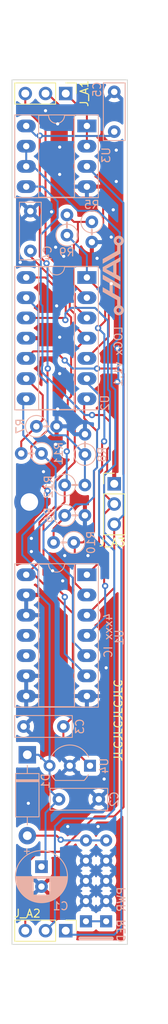
<source format=kicad_pcb>
(kicad_pcb (version 20240108) (generator "pcbnew") (generator_version "8.0")
  (title_block (rev "v1.1"))
  (layers (0 "F.Cu" signal) (31 "B.Cu" signal) (34 "B.Paste" user) (35 "F.Paste" user) (36 "B.SilkS" user "B.Silkscreen") (37 "F.SilkS" user "F.Silkscreen") (38 "B.Mask" user) (39 "F.Mask" user) (44 "Edge.Cuts" user))
  (net 0 "")
  (net 1 "GND")
  (net 2 "Net-(R12-Pad1)")
  (net 3 "Net-(R12-Pad2)")
  (net 4 "Net-(R11-Pad1)")
  (net 5 "Net-(R11-Pad2)")
  (net 6 "Net-(R10-Pad1)")
  (net 7 "Net-(R10-Pad2)")
  (net 8 "Net-(R9-Pad1)")
  (net 9 "Net-(R5-Pad1)")
  (net 10 "+5V")
  (net 11 "/OUT1")
  (net 12 "/LED1")
  (net 13 "/LED2")
  (net 14 "/OUT2")
  (net 15 "Net-(J_A1-Pad3)")
  (net 16 "Net-(J_A1-Pad2)")
  (net 17 "Net-(J_A2-Pad3)")
  (net 18 "Net-(J_A2-Pad2)")
  (net 21 "Net-(D1-Pad2)")
  (net 22 "unconnected-(PWR1-Pad3)")
  (net 23 "+12V")
  (footprint "Connector_PinHeader_2.54mm:PinHeader_1x03_P2.54mm_Vertical" (layer "F.Cu") (at 48.514 90.424)
    (property "Reference" "J_A3" (at -0.254 7.366 180) (layer "F.SilkS"))
    (property "Value" "Conn_01x03_Male")
    (pad "1" thru_hole rect (at 0 0) (size 1.7 1.7) (drill 1) (layers "*.Cu" "*.Mask") (net 1 "GND"))
    (pad "2" thru_hole oval (at 0 2.54) (size 1.7 1.7) (drill 1) (layers "*.Cu" "*.Mask") (net 13 "/LED2"))
    (pad "3" thru_hole oval (at 0 5.08) (size 1.7 1.7) (drill 1) (layers "*.Cu" "*.Mask") (net 12 "/LED1"))
  )
  (footprint "Connector_PinHeader_2.54mm:PinHeader_1x03_P2.54mm_Vertical" (layer "F.Cu") (at 42.418 146.558 -90)
    (property "Reference" "J_A2" (at -2.159 4.826 180) (layer "F.SilkS"))
    (property "Value" "Conn_01x03_Male")
    (pad "1" thru_hole rect (at 0 0 270) (size 1.7 1.7) (drill 1) (layers "*.Cu" "*.Mask") (net 14 "/OUT2"))
    (pad "2" thru_hole oval (at 0 2.54 270) (size 1.7 1.7) (drill 1) (layers "*.Cu" "*.Mask") (net 18 "Net-(J_A2-Pad2)"))
    (pad "3" thru_hole oval (at 0 5.08 270) (size 1.7 1.7) (drill 1) (layers "*.Cu" "*.Mask") (net 17 "Net-(J_A2-Pad3)"))
  )
  (footprint "Eurorack:M2 Screw Hole" (layer "F.Cu") (at 37.846 92.71)
    (property "Reference" "REF**" (hide yes))
    (property "Value" "M2 Screw Hole" (hide yes))
    (pad "" thru_hole circle (at 0 0) (size 3.8 3.8) (drill 2.2) (layers "*.Cu" "*.Mask") (net 1 "GND"))
  )
  (footprint "Connector_PinHeader_2.54mm:PinHeader_1x03_P2.54mm_Vertical" (layer "F.Cu") (at 42.418 41.402 -90)
    (property "Reference" "J_A1" (at 0 -2.33 90) (layer "F.SilkS"))
    (property "Value" "Conn_01x03_Male")
    (pad "1" thru_hole rect (at 0 0 270) (size 1.7 1.7) (drill 1) (layers "*.Cu" "*.Mask") (net 11 "/OUT1"))
    (pad "2" thru_hole oval (at 0 2.54 270) (size 1.7 1.7) (drill 1) (layers "*.Cu" "*.Mask") (net 16 "Net-(J_A1-Pad2)"))
    (pad "3" thru_hole oval (at 0 5.08 270) (size 1.7 1.7) (drill 1) (layers "*.Cu" "*.Mask") (net 15 "Net-(J_A1-Pad3)"))
  )
  (footprint "Package_TO_SOT_THT:TO-92_Inline_Wide" (layer "B.Cu") (at 45.466 125.836 180)
    (property "Reference" "U4" (at -1.778 -0.021 90) (layer "B.SilkS") (effects (justify mirror)))
    (property "Value" "78L05")
    (pad "1" thru_hole rect (at 0 0 180) (size 1.5 1.5) (drill 0.8) (layers "*.Cu" "*.Mask") (net 10 "+5V"))
    (pad "2" thru_hole circle (at 2.54 0 180) (size 1.5 1.5) (drill 0.8) (layers "*.Cu" "*.Mask") (net 1 "GND"))
    (pad "3" thru_hole circle (at 5.08 0 180) (size 1.5 1.5) (drill 0.8) (layers "*.Cu" "*.Mask") (net 23 "+12V"))
  )
  (footprint "Package_DIP:DIP-14_W7.62mm_Socket_LongPads" (layer "B.Cu") (at 45.075 64.511 180)
    (property "Reference" "U2" (at -2.296 -15.753 90) (layer "B.SilkS") (effects (justify mirror)))
    (property "Value" "LM324")
    (pad "1" thru_hole rect (at 0 0 180) (size 2.4 1.6) (drill 0.8) (layers "*.Cu" "*.Mask") (net 8 "Net-(R9-Pad1)"))
    (pad "2" thru_hole oval (at 0 -2.54 180) (size 2.4 1.6) (drill 0.8) (layers "*.Cu" "*.Mask") (net 9 "Net-(R5-Pad1)"))
    (pad "3" thru_hole oval (at 0 -5.08 180) (size 2.4 1.6) (drill 0.8) (layers "*.Cu" "*.Mask") (net 15 "Net-(J_A1-Pad3)"))
    (pad "4" thru_hole oval (at 0 -7.62 180) (size 2.4 1.6) (drill 0.8) (layers "*.Cu" "*.Mask") (net 10 "+5V"))
    (pad "5" thru_hole oval (at 0 -10.16 180) (size 2.4 1.6) (drill 0.8) (layers "*.Cu" "*.Mask") (net 16 "Net-(J_A1-Pad2)"))
    (pad "6" thru_hole oval (at 0 -12.7 180) (size 2.4 1.6) (drill 0.8) (layers "*.Cu" "*.Mask") (net 7 "Net-(R10-Pad2)"))
    (pad "7" thru_hole oval (at 0 -15.24 180) (size 2.4 1.6) (drill 0.8) (layers "*.Cu" "*.Mask") (net 6 "Net-(R10-Pad1)"))
    (pad "8" thru_hole oval (at 7.62 -15.24 180) (size 2.4 1.6) (drill 0.8) (layers "*.Cu" "*.Mask") (net 4 "Net-(R11-Pad1)"))
    (pad "9" thru_hole oval (at 7.62 -12.7 180) (size 2.4 1.6) (drill 0.8) (layers "*.Cu" "*.Mask") (net 5 "Net-(R11-Pad2)"))
    (pad "10" thru_hole oval (at 7.62 -10.16 180) (size 2.4 1.6) (drill 0.8) (layers "*.Cu" "*.Mask") (net 17 "Net-(J_A2-Pad3)"))
    (pad "11" thru_hole oval (at 7.62 -7.62 180) (size 2.4 1.6) (drill 0.8) (layers "*.Cu" "*.Mask") (net 1 "GND"))
    (pad "12" thru_hole oval (at 7.62 -5.08 180) (size 2.4 1.6) (drill 0.8) (layers "*.Cu" "*.Mask") (net 18 "Net-(J_A2-Pad2)"))
    (pad "13" thru_hole oval (at 7.62 -2.54 180) (size 2.4 1.6) (drill 0.8) (layers "*.Cu" "*.Mask") (net 3 "Net-(R12-Pad2)"))
    (pad "14" thru_hole oval (at 7.62 0 180) (size 2.4 1.6) (drill 0.8) (layers "*.Cu" "*.Mask") (net 2 "Net-(R12-Pad1)"))
  )
  (footprint "Capacitor_THT:CP_Radial_D6.3mm_P2.50mm" (layer "B.Cu") (at 39.37 138.517621 -90)
    (property "Reference" "C1" (at 4.953 -2.413 0) (layer "B.SilkS") (effects (justify mirror)))
    (property "Value" "47uF")
    (pad "1" thru_hole rect (at 0 0 270) (size 1.6 1.6) (drill 0.8) (layers "*.Cu" "*.Mask") (net 23 "+12V"))
    (pad "2" thru_hole circle (at 2.5 0 270) (size 1.6 1.6) (drill 0.8) (layers "*.Cu" "*.Mask") (net 1 "GND"))
  )
  (footprint "Package_DIP:DIP-8_W7.62mm_Socket_LongPads" (layer "B.Cu") (at 45.075 45.476 180)
    (property "Reference" "U3" (at -2.423 -3.673 90) (layer "B.SilkS") (effects (justify mirror)))
    (property "Value" "LM358")
    (pad "1" thru_hole rect (at 0 0 180) (size 2.4 1.6) (drill 0.8) (layers "*.Cu" "*.Mask") (net 11 "/OUT1"))
    (pad "2" thru_hole oval (at 0 -2.54 180) (size 2.4 1.6) (drill 0.8) (layers "*.Cu" "*.Mask") (net 11 "/OUT1"))
    (pad "3" thru_hole oval (at 0 -5.08 180) (size 2.4 1.6) (drill 0.8) (layers "*.Cu" "*.Mask") (net 12 "/LED1"))
    (pad "4" thru_hole oval (at 0 -7.62 180) (size 2.4 1.6) (drill 0.8) (layers "*.Cu" "*.Mask") (net 1 "GND"))
    (pad "5" thru_hole oval (at 7.62 -7.62 180) (size 2.4 1.6) (drill 0.8) (layers "*.Cu" "*.Mask") (net 13 "/LED2"))
    (pad "6" thru_hole oval (at 7.62 -5.08 180) (size 2.4 1.6) (drill 0.8) (layers "*.Cu" "*.Mask") (net 14 "/OUT2"))
    (pad "7" thru_hole oval (at 7.62 -2.54 180) (size 2.4 1.6) (drill 0.8) (layers "*.Cu" "*.Mask") (net 14 "/OUT2"))
    (pad "8" thru_hole oval (at 7.62 0 180) (size 2.4 1.6) (drill 0.8) (layers "*.Cu" "*.Mask") (net 23 "+12V"))
  )
  (footprint "Logos:Avalon Harmonics Small 10mm" (layer "B.Cu") (at 48.387 64.262 -90)
    (property "Reference" "G***" (hide yes))
    (property "Value" "LOGO" (hide yes))
  )
  (footprint "Resistor_THT:R_Axial_DIN0207_L6.3mm_D2.5mm_P2.54mm_Vertical" (layer "B.Cu") (at 38.73 83.209)
    (property "Reference" "R7" (at -2.027 -0.024 90) (layer "B.SilkS") (effects (justify mirror)))
    (property "Value" "47k")
    (pad "1" thru_hole circle (at 0 0) (size 1.6 1.6) (drill 0.8) (layers "*.Cu" "*.Mask") (net 5 "Net-(R11-Pad2)"))
    (pad "2" thru_hole oval (at 2.54 0) (size 1.6 1.6) (drill 0.8) (layers "*.Cu" "*.Mask") (net 1 "GND"))
  )
  (footprint "Capacitor_THT:C_Disc_D7.0mm_W2.5mm_P5.00mm" (layer "B.Cu") (at 42.124 120.904 180)
    (property "Reference" "C3" (at -2.072 0 90) (layer "B.SilkS") (effects (justify mirror)))
    (property "Value" "0.1uF")
    (pad "1" thru_hole circle (at 0 0 180) (size 1.6 1.6) (drill 0.8) (layers "*.Cu" "*.Mask") (net 10 "+5V"))
    (pad "2" thru_hole circle (at 5 0 180) (size 1.6 1.6) (drill 0.8) (layers "*.Cu" "*.Mask") (net 1 "GND"))
  )
  (footprint "Resistor_THT:R_Axial_DIN0207_L6.3mm_D2.5mm_P2.54mm_Vertical" (layer "B.Cu") (at 42.569 59.187 90)
    (property "Reference" "R9" (at -2.154 -0.024 0) (layer "B.SilkS") (effects (justify mirror)))
    (property "Value" "100k")
    (pad "1" thru_hole circle (at 0 0 90) (size 1.6 1.6) (drill 0.8) (layers "*.Cu" "*.Mask") (net 8 "Net-(R9-Pad1)"))
    (pad "2" thru_hole oval (at 2.54 0 90) (size 1.6 1.6) (drill 0.8) (layers "*.Cu" "*.Mask") (net 9 "Net-(R5-Pad1)"))
  )
  (footprint "Resistor_THT:R_Axial_DIN0207_L6.3mm_D2.5mm_P2.54mm_Vertical" (layer "B.Cu") (at 45.696 57.526 -90)
    (property "Reference" "R5" (at -2.154 0.005 0) (layer "B.SilkS") (effects (justify mirror)))
    (property "Value" "47k")
    (pad "1" thru_hole circle (at 0 0 270) (size 1.6 1.6) (drill 0.8) (layers "*.Cu" "*.Mask") (net 9 "Net-(R5-Pad1)"))
    (pad "2" thru_hole oval (at 2.54 0 270) (size 1.6 1.6) (drill 0.8) (layers "*.Cu" "*.Mask") (net 1 "GND"))
  )
  (footprint "Package_DIP:DIP-14_W7.62mm_Socket_LongPads" (layer "B.Cu") (at 45.075 101.849 180)
    (property "Reference" "U1" (at -4.074 -7.879 90) (layer "B.SilkS") (effects (justify mirror)))
    (property "Value" "4081")
    (pad "1" thru_hole rect (at 0 0 180) (size 2.4 1.6) (drill 0.8) (layers "*.Cu" "*.Mask") (net 8 "Net-(R9-Pad1)"))
    (pad "2" thru_hole oval (at 0 -2.54 180) (size 2.4 1.6) (drill 0.8) (layers "*.Cu" "*.Mask") (net 6 "Net-(R10-Pad1)"))
    (pad "3" thru_hole oval (at 0 -5.08 180) (size 2.4 1.6) (drill 0.8) (layers "*.Cu" "*.Mask") (net 12 "/LED1"))
    (pad "4" thru_hole oval (at 0 -7.62 180) (size 2.4 1.6) (drill 0.8) (layers "*.Cu" "*.Mask") (net 13 "/LED2"))
    (pad "5" thru_hole oval (at 0 -10.16 180) (size 2.4 1.6) (drill 0.8) (layers "*.Cu" "*.Mask") (net 4 "Net-(R11-Pad1)"))
    (pad "6" thru_hole oval (at 0 -12.7 180) (size 2.4 1.6) (drill 0.8) (layers "*.Cu" "*.Mask") (net 2 "Net-(R12-Pad1)"))
    (pad "7" thru_hole oval (at 0 -15.24 180) (size 2.4 1.6) (drill 0.8) (layers "*.Cu" "*.Mask") (net 1 "GND"))
    (pad "8" thru_hole oval (at 7.62 -15.24 180) (size 2.4 1.6) (drill 0.8) (layers "*.Cu" "*.Mask") (net 1 "GND"))
    (pad "9" thru_hole oval (at 7.62 -12.7 180) (size 2.4 1.6) (drill 0.8) (layers "*.Cu" "*.Mask") (net 1 "GND"))
    (pad "10" thru_hole oval (at 7.62 -10.16 180) (size 2.4 1.6) (drill 0.8) (layers "*.Cu" "*.Mask"))
    (pad "11" thru_hole oval (at 7.62 -7.62 180) (size 2.4 1.6) (drill 0.8) (layers "*.Cu" "*.Mask"))
    (pad "12" thru_hole oval (at 7.62 -5.08 180) (size 2.4 1.6) (drill 0.8) (layers "*.Cu" "*.Mask") (net 1 "GND"))
    (pad "13" thru_hole oval (at 7.62 -2.54 180) (size 2.4 1.6) (drill 0.8) (layers "*.Cu" "*.Mask") (net 1 "GND"))
    (pad "14" thru_hole oval (at 7.62 0 180) (size 2.4 1.6) (drill 0.8) (layers "*.Cu" "*.Mask") (net 10 "+5V"))
  )
  (footprint "Capacitor_THT:C_Disc_D7.0mm_W2.5mm_P5.00mm" (layer "B.Cu") (at 37.973 61.174 90)
    (property "Reference" "C4" (at -0.294 2.159 -90) (layer "B.SilkS") (effects (justify mirror)))
    (property "Value" "0.1uF")
    (pad "1" thru_hole circle (at 0 0 90) (size 1.6 1.6) (drill 0.8) (layers "*.Cu" "*.Mask") (net 10 "+5V"))
    (pad "2" thru_hole circle (at 5 0 90) (size 1.6 1.6) (drill 0.8) (layers "*.Cu" "*.Mask") (net 1 "GND"))
  )
  (footprint "Resistor_THT:R_Axial_DIN0207_L6.3mm_D2.5mm_P2.54mm_Vertical" (layer "B.Cu") (at 42.286 94.385)
    (property "Reference" "R6" (at -2.032 -0.024 90) (layer "B.SilkS") (effects (justify mirror)))
    (property "Value" "47k")
    (pad "1" thru_hole circle (at 0 0) (size 1.6 1.6) (drill 0.8) (layers "*.Cu" "*.Mask") (net 7 "Net-(R10-Pad2)"))
    (pad "2" thru_hole oval (at 2.54 0) (size 1.6 1.6) (drill 0.8) (layers "*.Cu" "*.Mask") (net 1 "GND"))
  )
  (footprint "Resistor_THT:R_Axial_DIN0207_L6.3mm_D2.5mm_P2.54mm_Vertical" (layer "B.Cu") (at 42.286 90.575)
    (property "Reference" "R12" (at -2.027 0.23 90) (layer "B.SilkS") (effects (justify mirror)))
    (property "Value" "100k")
    (pad "1" thru_hole circle (at 0 0) (size 1.6 1.6) (drill 0.8) (layers "*.Cu" "*.Mask") (net 2 "Net-(R12-Pad1)"))
    (pad "2" thru_hole oval (at 2.54 0) (size 1.6 1.6) (drill 0.8) (layers "*.Cu" "*.Mask") (net 3 "Net-(R12-Pad2)"))
  )
  (footprint "Diode_THT:D_DO-41_SOD81_P10.16mm_Horizontal" (layer "B.Cu") (at 37.592 124.46 -90)
    (property "Reference" "D1" (at 3.302 -2.286 90) (layer "B.SilkS") (effects (justify mirror)))
    (property "Value" "1N4001")
    (pad "1" thru_hole rect (at 0 0 270) (size 2.2 2.2) (drill 1.1) (layers "*.Cu" "*.Mask") (net 23 "+12V"))
    (pad "2" thru_hole oval (at 10.16 0 270) (size 2.2 2.2) (drill 1.1) (layers "*.Cu" "*.Mask") (net 21 "Net-(D1-Pad2)"))
  )
  (footprint "Resistor_THT:R_Axial_DIN0207_L6.3mm_D2.5mm_P2.54mm_Vertical" (layer "B.Cu") (at 43.434 97.79 180)
    (property "Reference" "R10" (at -2.159 0 90) (layer "B.SilkS") (effects (justify mirror)))
    (property "Value" "100k")
    (pad "1" thru_hole circle (at 0 0 180) (size 1.6 1.6) (drill 0.8) (layers "*.Cu" "*.Mask") (net 6 "Net-(R10-Pad1)"))
    (pad "2" thru_hole oval (at 2.54 0 180) (size 1.6 1.6) (drill 0.8) (layers "*.Cu" "*.Mask") (net 7 "Net-(R10-Pad2)"))
  )
  (footprint "Eurorack:Eurorack Power 10 Pin" (layer "B.Cu") (at 47.498 140.2989 180)
    (property "Reference" "PWR1" (hide yes))
    (property "Value" "PWR_10_Pin" (hide yes))
    (fp_text user "PWR" (at -1.905 -2.3221 90) (layer "B.SilkS") (effects (justify mirror)))
    (fp_text user "RED" (at -1.905 -4.7351 90) (layer "B.SilkS") (effects (justify left mirror)))
    (pad "1" thru_hole circle (at 0 5.08 180) (size 1.524 1.524) (drill 0.762) (layers "*.Cu" "*.Mask") (net 21 "Net-(D1-Pad2)"))
    (pad "1" thru_hole circle (at 2.54 5.08 180) (size 1.524 1.524) (drill 0.762) (layers "*.Cu" "*.Mask") (net 21 "Net-(D1-Pad2)"))
    (pad "2" thru_hole circle (at 0 -2.54 180) (size 1.524 1.524) (drill 0.762) (layers "*.Cu" "*.Mask") (net 1 "GND"))
    (pad "2" thru_hole circle (at 0 0 180) (size 1.524 1.524) (drill 0.762) (layers "*.Cu" "*.Mask") (net 1 "GND"))
    (pad "2" thru_hole circle (at 0 2.54 180) (size 1.524 1.524) (drill 0.762) (layers "*.Cu" "*.Mask") (net 1 "GND"))
    (pad "2" thru_hole circle (at 2.54 -2.54 180) (size 1.524 1.524) (drill 0.762) (layers "*.Cu" "*.Mask") (net 1 "GND"))
    (pad "2" thru_hole circle (at 2.54 0 180) (size 1.524 1.524) (drill 0.762) (layers "*.Cu" "*.Mask") (net 1 "GND"))
    (pad "2" thru_hole circle (at 2.54 2.54 180) (size 1.524 1.524) (drill 0.762) (layers "*.Cu" "*.Mask") (net 1 "GND"))
    (pad "3" thru_hole rect (at 0 -5.08 180) (size 1.524 1.524) (drill 0.762) (layers "*.Cu" "*.Mask") (net 22 "unconnected-(PWR1-Pad3)"))
    (pad "3" thru_hole rect (at 2.54 -5.08 180) (size 1.524 1.524) (drill 0.762) (layers "*.Cu" "*.Mask") (net 22 "unconnected-(PWR1-Pad3)"))
  )
  (footprint "Capacitor_THT:C_Disc_D7.0mm_W2.5mm_P5.00mm" (layer "B.Cu") (at 48.514 46.188 90)
    (property "Reference" "C5" (at 5.294 -2.159 90) (layer "B.SilkS") (effects (justify mirror)))
    (property "Value" "0.1uF")
    (pad "1" thru_hole circle (at 0 0 90) (size 1.6 1.6) (drill 0.8) (layers "*.Cu" "*.Mask") (net 23 "+12V"))
    (pad "2" thru_hole circle (at 5 0 90) (size 1.6 1.6) (drill 0.8) (layers "*.Cu" "*.Mask") (net 1 "GND"))
  )
  (footprint "Capacitor_THT:C_Disc_D7.0mm_W2.5mm_P5.00mm" (layer "B.Cu") (at 41.569 130.048)
    (property "Reference" "C2" (at 6.945 0 -90) (layer "B.SilkS") (effects (justify mirror)))
    (property "Value" "0.1uF")
    (pad "1" thru_hole circle (at 0 0) (size 1.6 1.6) (drill 0.8) (layers "*.Cu" "*.Mask") (net 23 "+12V"))
    (pad "2" thru_hole circle (at 5 0) (size 1.6 1.6) (drill 0.8) (layers "*.Cu" "*.Mask") (net 1 "GND"))
  )
  (footprint "Resistor_THT:R_Axial_DIN0207_L6.3mm_D2.5mm_P2.54mm_Vertical" (layer "B.Cu") (at 39.37 86.614 180)
    (property "Reference" "R11" (at -2.159 0 90) (layer "B.SilkS") (effects (justify mirror)))
    (property "Value" "100k")
    (pad "1" thru_hole circle (at 0 0 180) (size 1.6 1.6) (drill 0.8) (layers "*.Cu" "*.Mask") (net 4 "Net-(R11-Pad1)"))
    (pad "2" thru_hole oval (at 2.54 0 180) (size 1.6 1.6) (drill 0.8) (layers "*.Cu" "*.Mask") (net 5 "Net-(R11-Pad2)"))
  )
  (footprint "Resistor_THT:R_Axial_DIN0207_L6.3mm_D2.5mm_P2.54mm_Vertical" (layer "B.Cu") (at 44.831 86.741 90)
    (property "Reference" "R8" (at 0 2.159 90) (layer "B.SilkS") (effects (justify mirror)))
    (property "Value" "47k")
    (pad "1" thru_hole circle (at 0 0 90) (size 1.6 1.6) (drill 0.8) (layers "*.Cu" "*.Mask") (net 3 "Net-(R12-Pad2)"))
    (pad "2" thru_hole oval (at 2.54 0 90) (size 1.6 1.6) (drill 0.8) (layers "*.Cu" "*.Mask") (net 1 "GND"))
  )
  (gr_rect (start 35.665 39.68) (end 50.165 148.28) (stroke (width 0.1)) (fill none) (layer "Edge.Cuts"))
  (gr_text "LOGx v1.1" (at 49.022 74.422 90) (layer "B.SilkS") (effects (font (size 1 1)) (justify mirror)))
  (gr_text "4xxx IC" (at 47.752 109.474 90) (layer "B.SilkS") (effects (font (size 1 1)) (justify mirror)))
  (gr_text "JLCJLCJLCJLC" (at 49.022 120.142 90) (layer "F.SilkS") (effects (font (size 1 1))))
  (via (at 48.895 77.597) (size 0.8) (drill 0.4) (layers "F.Cu" "B.Cu") (net 1))
  (via (at 48.895 73.406) (size 0.8) (drill 0.4) (layers "F.Cu" "B.Cu") (net 1))
  (via (at 42.164 61.849) (size 0.8) (drill 0.4) (layers "F.Cu" "B.Cu") (net 1))
  (via (at 47.498 113.538) (size 0.8) (drill 0.4) (layers "F.Cu" "B.Cu") (net 1))
  (via (at 38.1 97.282) (size 0.8) (drill 0.4) (layers "F.Cu" "B.Cu") (net 1))
  (via (at 40.64 56.261) (size 0.8) (drill 0.4) (layers "F.Cu" "B.Cu") (net 1))
  (via (at 42.672 133.477) (size 0.8) (drill 0.4) (layers "F.Cu" "B.Cu") (net 1))
  (via (at 41.148 60.706) (size 0.8) (drill 0.4) (layers "F.Cu" "B.Cu") (net 1))
  (via (at 46.355 62.103) (size 0.8) (drill 0.4) (layers "F.Cu" "B.Cu") (net 1))
  (via (at 39.878 43.561) (size 0.8) (drill 0.4) (layers "F.Cu" "B.Cu") (net 1))
  (via (at 36.703 62.611) (size 0.8) (drill 0.4) (layers "F.Cu" "B.Cu") (net 1))
  (via (at 41.402 81.026) (size 0.8) (drill 0.4) (layers "F.Cu" "B.Cu") (net 1))
  (via (at 47.244 127.508) (size 0.8) (drill 0.4) (layers "F.Cu" "B.Cu") (net 1))
  (via (at 48.133 59.436) (size 0.8) (drill 0.4) (layers "F.Cu" "B.Cu") (net 1))
  (via (at 45.212 99.441) (size 0.8) (drill 0.4) (layers "F.Cu" "B.Cu") (net 1))
  (via (at 40.767 101.346) (size 0.8) (drill 0.4) (layers "F.Cu" "B.Cu") (net 1))
  (via (at 48.768 48.514) (size 0.8) (drill 0.4) (layers "F.Cu" "B.Cu") (net 1))
  (via (at 48.133 65.278) (size 0.8) (drill 0.4) (layers "F.Cu" "B.Cu") (net 1))
  (via (at 46.482 133.477) (size 0.8) (drill 0.4) (layers "F.Cu" "B.Cu") (net 1))
  (via (at 39.624 88.9) (size 0.8) (drill 0.4) (layers "F.Cu" "B.Cu") (net 1))
  (via (at 48.387 56.007) (size 0.8) (drill 0.4) (layers "F.Cu" "B.Cu") (net 1))
  (via (at 38.1 98.933) (size 0.8) (drill 0.4) (layers "F.Cu" "B.Cu") (net 1))
  (via (at 42.291 99.441) (size 0.8) (drill 0.4) (layers "F.Cu" "B.Cu") (net 1))
  (via (at 41.275 68.072) (size 0.8) (drill 0.4) (layers "F.Cu" "B.Cu") (net 1))
  (via (at 42.037 102.616) (size 0.8) (drill 0.4) (layers "F.Cu" "B.Cu") (net 1))
  (via (at 41.148 85.471) (size 0.8) (drill 0.4) (layers "F.Cu" "B.Cu") (net 1))
  (via (at 41.656 72.009) (size 0.8) (drill 0.4) (layers "F.Cu" "B.Cu") (net 1))
  (via (at 41.656 51.562) (size 0.8) (drill 0.4) (layers "F.Cu" "B.Cu") (net 1))
  (via (at 37.719 130.556) (size 0.8) (drill 0.4) (layers "F.Cu" "B.Cu") (net 1))
  (via (at 41.402 45.212) (size 0.8) (drill 0.4) (layers "F.Cu" "B.Cu") (net 1))
  (via (at 48.768 52.451) (size 0.8) (drill 0.4) (layers "F.Cu" "B.Cu") (net 1))
  (via (at 41.656 48.133) (size 0.8) (drill 0.4) (layers "F.Cu" "B.Cu") (net 1))
  (via (at 41.656 76.581) (size 0.8) (drill 0.4) (layers "F.Cu" "B.Cu") (net 1))
  (segment (start 49.022 77.47) (end 48.895 77.597) (width 0.25) (layer "B.Cu") (net 1))
  (segment (start 48.895 73.406) (end 49.022 73.533) (width 0.25) (layer "B.Cu") (net 1))
  (segment (start 49.022 73.533) (end 49.022 77.47) (width 0.25) (layer "B.Cu") (net 1))
  (segment (start 42.672 79.859511) (end 43.10096 79.430551) (width 0.25) (layer "F.Cu") (net 2))
  (segment (start 42.672 86.233) (end 42.672 79.859511) (width 0.25) (layer "F.Cu") (net 2))
  (segment (start 39.624 101.854) (end 39.624 95.377) (width 0.25) (layer "F.Cu") (net 2))
  (segment (start 42.295299 104.643701) (end 42.295299 104.525299) (width 0.25) (layer "F.Cu") (net 2))
  (segment (start 42.545 86.36) (end 42.672 86.233) (width 0.25) (layer "F.Cu") (net 2))
  (segment (start 43.10096 69.51696) (end 42.418 68.834) (width 0.25) (layer "F.Cu") (net 2))
  (segment (start 43.10096 79.430551) (end 43.10096 69.51696) (width 0.25) (layer "F.Cu") (net 2))
  (segment (start 42.286 92.715) (end 42.286 90.575) (width 0.25) (layer "F.Cu") (net 2))
  (segment (start 39.873 64.511) (end 37.455 64.511) (width 0.25) (layer "F.Cu") (net 2))
  (segment (start 42.418 68.834) (end 42.418 67.056) (width 0.25) (layer "F.Cu") (net 2))
  (segment (start 42.418 67.056) (end 39.873 64.511) (width 0.25) (layer "F.Cu") (net 2))
  (segment (start 39.624 95.377) (end 42.286 92.715) (width 0.25) (layer "F.Cu") (net 2))
  (segment (start 42.295299 104.525299) (end 39.624 101.854) (width 0.25) (layer "F.Cu") (net 2))
  (via (at 42.545 86.36) (size 0.8) (drill 0.4) (layers "F.Cu" "B.Cu") (net 2))
  (via (at 42.295299 104.643701) (size 0.8) (drill 0.4) (layers "F.Cu" "B.Cu") (net 2))
  (segment (start 45.075 114.544) (end 45.075 114.549) (width 0.25) (layer "B.Cu") (net 2))
  (segment (start 42.54 86.365) (end 42.54 90.829) (width 0.25) (layer "B.Cu") (net 2))
  (segment (start 42.545 86.36) (end 42.54 86.365) (width 0.25) (layer "B.Cu") (net 2))
  (segment (start 42.291 111.76) (end 45.075 114.544) (width 0.25) (layer "B.Cu") (net 2))
  (segment (start 42.291 104.648) (end 42.291 111.76) (width 0.25) (layer "B.Cu") (net 2))
  (segment (start 42.295299 104.643701) (end 42.291 104.648) (width 0.25) (layer "B.Cu") (net 2))
  (segment (start 44.831 86.741) (end 42.423511 84.333511) (width 0.25) (layer "B.Cu") (net 3))
  (segment (start 40.132 83.693) (end 40.132 77.851) (width 0.25) (layer "B.Cu") (net 3))
  (segment (start 38.989 76.708) (end 38.989 68.585) (width 0.25) (layer "B.Cu") (net 3))
  (segment (start 44.826 86.746) (end 44.831 86.741) (width 0.25) (layer "B.Cu") (net 3))
  (segment (start 44.826 90.575) (end 44.826 86.746) (width 0.25) (layer "B.Cu") (net 3))
  (segment (start 40.772511 84.333511) (end 40.132 83.693) (width 0.25) (layer "B.Cu") (net 3))
  (segment (start 38.989 68.585) (end 37.455 67.051) (width 0.25) (layer "B.Cu") (net 3))
  (segment (start 42.423511 84.333511) (end 40.772511 84.333511) (width 0.25) (layer "B.Cu") (net 3))
  (segment (start 40.132 77.851) (end 38.989 76.708) (width 0.25) (layer "B.Cu") (net 3))
  (segment (start 43.307 110.240999) (end 43.307 102.230693) (width 0.25) (layer "B.Cu") (net 4))
  (segment (start 39.624 98.547693) (end 39.624 96.393) (width 0.25) (layer "B.Cu") (net 4))
  (segment (start 43.307 102.230693) (end 39.624 98.547693) (width 0.25) (layer "B.Cu") (net 4))
  (segment (start 45.075 112.009) (end 43.307 110.240999) (width 0.25) (layer "B.Cu") (net 4))
  (segment (start 41.148 94.869) (end 41.148 88.392) (width 0.25) (layer "B.Cu") (net 4))
  (segment (start 39.624 96.393) (end 41.148 94.869) (width 0.25) (layer "B.Cu") (net 4))
  (segment (start 37.084 84.328) (end 37.084 80.122) (width 0.25) (layer "B.Cu") (net 4))
  (segment (start 37.084 80.122) (end 37.455 79.751) (width 0.25) (layer "B.Cu") (net 4))
  (segment (start 41.148 88.392) (end 37.084 84.328) (width 0.25) (layer "B.Cu") (net 4))
  (segment (start 38.73 83.209) (end 39.529999 82.409001) (width 0.25) (layer "F.Cu") (net 5))
  (segment (start 39.529999 79.285999) (end 37.455 77.211) (width 0.25) (layer "F.Cu") (net 5))
  (segment (start 36.83 85.109) (end 38.73 83.209) (width 0.25) (layer "F.Cu") (net 5))
  (segment (start 39.529999 82.409001) (end 39.529999 79.285999) (width 0.25) (layer "F.Cu") (net 5))
  (segment (start 36.83 86.36) (end 36.83 85.109) (width 0.25) (layer "F.Cu") (net 5))
  (segment (start 43.550489 97.906489) (end 43.550489 102.864489) (width 0.25) (layer "F.Cu") (net 6))
  (segment (start 43.550489 102.864489) (end 45.075 104.389) (width 0.25) (layer "F.Cu") (net 6))
  (segment (start 44.577 97.79) (end 43.434 97.79) (width 0.25) (layer "F.Cu") (net 6))
  (segment (start 45.075 79.751) (end 44.741489 80.084511) (width 0.25) (layer "F.Cu") (net 6))
  (segment (start 45.974 88.773) (end 45.974 96.393) (width 0.25) (layer "F.Cu") (net 6))
  (segment (start 46.355 88.392) (end 45.974 88.773) (width 0.25) (layer "F.Cu") (net 6))
  (segment (start 43.434 97.79) (end 43.550489 97.906489) (width 0.25) (layer "F.Cu") (net 6))
  (segment (start 46.355 83.82) (end 46.355 88.392) (width 0.25) (layer "F.Cu") (net 6))
  (segment (start 45.974 96.393) (end 44.577 97.79) (width 0.25) (layer "F.Cu") (net 6))
  (segment (start 44.741489 82.206489) (end 46.355 83.82) (width 0.25) (layer "F.Cu") (net 6))
  (segment (start 44.741489 80.084511) (end 44.741489 82.206489) (width 0.25) (layer "F.Cu") (net 6))
  (segment (start 42.54 94.385) (end 40.894 96.031) (width 0.25) (layer "F.Cu") (net 7))
  (segment (start 40.894 96.031) (end 40.894 97.79) (width 0.25) (layer "F.Cu") (net 7))
  (segment (start 45.950511 92.074767) (end 45.950511 88.796489) (width 0.25) (layer "B.Cu") (net 7))
  (segment (start 46.355 83.693) (end 46.59952 83.44848) (width 0.25) (layer "B.Cu") (net 7))
  (segment (start 45.075 77.72348) (end 45.075 77.211) (width 0.25) (layer "B.Cu") (net 7))
  (segment (start 46.59952 83.44848) (end 46.59952 79.248) (width 0.25) (layer "B.Cu") (net 7))
  (segment (start 46.59952 79.248) (end 45.075 77.72348) (width 0.25) (layer "B.Cu") (net 7))
  (segment (start 46.355 88.392) (end 46.355 83.693) (width 0.25) (layer "B.Cu") (net 7))
  (segment (start 42.286 94.385) (end 43.674011 92.996989) (width 0.25) (layer "B.Cu") (net 7))
  (segment (start 43.674011 92.996989) (end 45.028289 92.996989) (width 0.25) (layer "B.Cu") (net 7))
  (segment (start 45.950511 88.796489) (end 46.355 88.392) (width 0.25) (layer "B.Cu") (net 7))
  (segment (start 45.028289 92.996989) (end 45.950511 92.074767) (width 0.25) (layer "B.Cu") (net 7))
  (segment (start 46.482 70.866) (end 47.371 69.977) (width 0.25) (layer "F.Cu") (net 8))
  (segment (start 46.609 100.315) (end 45.075 101.849) (width 0.25) (layer "F.Cu") (net 8))
  (segment (start 46.99 88.773) (end 46.609 89.154) (width 0.25) (layer "F.Cu") (net 8))
  (segment (start 46.99 85.344) (end 46.99 88.773) (width 0.25) (layer "F.Cu") (net 8))
  (segment (start 47.371 69.977) (end 47.371 66.807) (width 0.25) (layer "F.Cu") (net 8))
  (segment (start 47.244 85.09) (end 46.99 85.344) (width 0.25) (layer "F.Cu") (net 8))
  (segment (start 46.609 89.154) (end 46.609 100.315) (width 0.25) (layer "F.Cu") (net 8))
  (segment (start 47.371 66.807) (end 45.075 64.511) (width 0.25) (layer "F.Cu") (net 8))
  (via (at 46.482 70.866) (size 0.8) (drill 0.4) (layers "F.Cu" "B.Cu") (net 8))
  (via (at 47.244 85.09) (size 0.8) (drill 0.4) (layers "F.Cu" "B.Cu") (net 8))
  (segment (start 45.075 61.693) (end 45.075 64.511) (width 0.25) (layer "B.Cu") (net 8))
  (segment (start 47.271449 71.655449) (end 47.271449 85.062551) (width 0.25) (layer "B.Cu") (net 8))
  (segment (start 45.075 61.693) (end 42.569 59.187) (width 0.25) (layer "B.Cu") (net 8))
  (segment (start 47.271449 85.062551) (end 47.244 85.09) (width 0.25) (layer "B.Cu") (net 8))
  (segment (start 46.482 70.866) (end 47.271449 71.655449) (width 0.25) (layer "B.Cu") (net 8))
  (segment (start 43.434 60.452) (end 43.947 59.939) (width 0.25) (layer "F.Cu") (net 9))
  (segment (start 45.696 57.526) (end 43.947 57.526) (width 0.25) (layer "F.Cu") (net 9))
  (segment (start 43.434 65.41) (end 43.434 60.452) (width 0.25) (layer "F.Cu") (net 9))
  (segment (start 43.947 59.939) (end 43.947 57.526) (width 0.25) (layer "F.Cu") (net 9))
  (segment (start 43.947 57.526) (end 43.448 57.526) (width 0.25) (layer "F.Cu") (net 9))
  (segment (start 45.075 67.051) (end 43.434 65.41) (width 0.25) (layer "F.Cu") (net 9))
  (segment (start 43.448 57.526) (end 42.569 56.647) (width 0.25) (layer "F.Cu") (net 9))
  (segment (start 41.148 90.1227) (end 41.148 93.217282) (width 0.25) (layer "F.Cu") (net 10))
  (segment (start 42.124 120.904) (end 42.124 122.494) (width 0.25) (layer "F.Cu") (net 10))
  (segment (start 38.476 101.849) (end 43.307 106.68) (width 0.25) (layer "F.Cu") (net 10))
  (segment (start 37.973 61.174) (end 37.973 61.849) (width 0.25) (layer "F.Cu") (net 10))
  (segment (start 43.55048 87.72022) (end 41.148 90.1227) (width 0.25) (layer "F.Cu") (net 10))
  (segment (start 42.124 122.494) (end 45.466 125.836) (width 0.25) (layer "F.Cu") (net 10))
  (segment (start 39.116 95.249282) (end 39.116 100.188) (width 0.25) (layer "F.Cu") (net 10))
  (segment (start 43.55048 70.60648) (end 45.075 72.131) (width 0.25) (layer "F.Cu") (net 10))
  (segment (start 41.148 93.217282) (end 39.116 95.249282) (width 0.25) (layer "F.Cu") (net 10))
  (segment (start 45.075 72.131) (end 43.55048 73.65552) (width 0.25) (layer "F.Cu") (net 10))
  (segment (start 42.926 66.802) (end 42.926 68.455859) (width 0.25) (layer "F.Cu") (net 10))
  (segment (start 43.307 106.68) (end 43.307 119.721) (width 0.25) (layer "F.Cu") (net 10))
  (segment (start 43.307 119.721) (end 42.124 120.904) (width 0.25) (layer "F.Cu") (net 10))
  (segment (start 43.55048 69.080339) (end 43.55048 70.60648) (width 0.25) (layer "F.Cu") (net 10))
  (segment (start 42.926 68.455859) (end 43.55048 69.080339) (width 0.25) (layer "F.Cu") (net 10))
  (segment (start 39.116 100.188) (end 37.455 101.849) (width 0.25) (layer "F.Cu") (net 10))
  (segment (start 43.55048 73.65552) (end 43.55048 87.72022) (width 0.25) (layer "F.Cu") (net 10))
  (segment (start 37.973 61.849) (end 42.926 66.802) (width 0.25) (layer "F.Cu") (net 10))
  (segment (start 37.455 101.849) (end 38.476 101.849) (width 0.25) (layer "F.Cu") (net 10))
  (segment (start 45.075 44.059) (end 42.418 41.402) (width 0.25) (layer "F.Cu") (net 11))
  (segment (start 45.075 45.476) (end 45.075 44.059) (width 0.25) (layer "F.Cu") (net 11))
  (segment (start 45.075 48.016) (end 45.075 45.476) (width 0.25) (layer "F.Cu") (net 11))
  (segment (start 48.514 103.49) (end 48.514 95.504) (width 0.25) (layer "F.Cu") (net 12))
  (segment (start 45.075 106.929) (end 48.514 103.49) (width 0.25) (layer "F.Cu") (net 12))
  (segment (start 48.514 95.504) (end 49.688511 94.329489) (width 0.25) (layer "B.Cu") (net 12))
  (segment (start 49.657 55.138) (end 45.075 50.556) (width 0.25) (layer "B.Cu") (net 12))
  (segment (start 49.688511 89.281) (end 49.657 89.249489) (width 0.25) (layer "B.Cu") (net 12))
  (segment (start 49.688511 94.329489) (end 49.688511 89.281) (width 0.25) (layer "B.Cu") (net 12))
  (segment (start 49.657 89.249489) (end 49.657 55.138) (width 0.25) (layer "B.Cu") (net 12))
  (segment (start 47.244 91.694) (end 48.514 92.964) (width 0.25) (layer "F.Cu") (net 13))
  (segment (start 47.244 94.234) (end 48.514 92.964) (width 0.25) (layer "F.Cu") (net 13))
  (segment (start 47.625 88.773717) (end 47.244 89.154717) (width 0.25) (layer "F.Cu") (net 13))
  (segment (start 47.625 86.106) (end 47.625 88.773717) (width 0.25) (layer "F.Cu") (net 13))
  (segment (start 47.371 103.251) (end 47.244 103.124) (width 0.25) (layer "F.Cu") (net 13))
  (segment (start 47.968511 85.762489) (end 47.625 86.106) (width 0.25) (layer "F.Cu") (net 13))
  (segment (start 47.244 103.124) (end 47.244 94.234) (width 0.25) (layer "F.Cu") (net 13))
  (segment (start 47.117 81.788) (end 47.968511 82.639511) (width 0.25) (layer "F.Cu") (net 13))
  (segment (start 47.244 89.154717) (end 47.244 91.694) (width 0.25) (layer "F.Cu") (net 13))
  (segment (start 47.968511 82.639511) (end 47.968511 85.762489) (width 0.25) (layer "F.Cu") (net 13))
  (segment (start 45.72 81.788) (end 47.117 81.788) (width 0.25) (layer "F.Cu") (net 13))
  (via (at 45.72 81.788) (size 0.8) (drill 0.4) (layers "F.Cu" "B.Cu") (net 13))
  (via (at 47.371 103.251) (size 0.8) (drill 0.4) (layers "F.Cu" "B.Cu") (net 13))
  (segment (start 45.72 81.788) (end 44.831 81.788) (width 0.25) (layer "B.Cu") (net 13))
  (segment (start 39.497 68.072) (end 39.280489 67.855489) (width 0.25) (layer "B.Cu") (net 13))
  (segment (start 41.402 57.023) (end 41.402 54.991) (width 0.25) (layer "B.Cu") (net 13))
  (segment (start 39.438509 75.645897) (end 39.497 75.587406) (width 0.25) (layer "B.Cu") (net 13))
  (segment (start 39.438509 76.395509) (end 39.438509 75.645897) (width 0.25) (layer "B.Cu") (net 13))
  (segment (start 39.280489 59.144511) (end 41.402 57.023) (width 0.25) (layer "B.Cu") (net 13))
  (segment (start 47.371 103.251) (end 47.371 107.173) (width 0.25) (layer "B.Cu") (net 13))
  (segment (start 39.280489 67.855489) (end 39.280489 59.144511) (width 0.25) (layer "B.Cu") (net 13))
  (segment (start 41.402 54.991) (end 39.507 53.096) (width 0.25) (layer "B.Cu") (net 13))
  (segment (start 47.371 107.173) (end 45.075 109.469) (width 0.25) (layer "B.Cu") (net 13))
  (segment (start 39.507 53.096) (end 37.455 53.096) (width 0.25) (layer "B.Cu") (net 13))
  (segment (start 39.497 75.587406) (end 39.497 68.072) (width 0.25) (layer "B.Cu") (net 13))
  (segment (start 44.831 81.788) (end 39.438509 76.395509) (width 0.25) (layer "B.Cu") (net 13))
  (segment (start 43.942 56.134) (end 46.482 56.134) (width 0.25) (layer "B.Cu") (net 14))
  (segment (start 38.364 50.556) (end 43.942 56.134) (width 0.25) (layer "B.Cu") (net 14))
  (segment (start 47.244 96.52) (end 49.403 98.679) (width 0.25) (layer "B.Cu") (net 14))
  (segment (start 48.641 88.011) (end 47.244 89.408) (width 0.25) (layer "B.Cu") (net 14))
  (segment (start 46.482 56.134) (end 49.20748 58.85948) (width 0.25) (layer "B.Cu") (net 14))
  (segment (start 48.170489 78.142489) (end 48.641 78.613) (width 0.25) (layer "B.Cu") (net 14))
  (segment (start 42.926 147.066) (end 42.418 146.558) (width 0.25) (layer "B.Cu") (net 14))
  (segment (start 37.455 50.556) (end 38.364 50.556) (width 0.25) (layer "B.Cu") (net 14))
  (segment (start 49.403 146.177) (end 48.514 147.066) (width 0.25) (layer "B.Cu") (net 14))
  (segment (start 37.455 50.556) (end 37.455 48.016) (width 0.25) (layer "B.Cu") (net 14))
  (segment (start 48.514 147.066) (end 42.926 147.066) (width 0.25) (layer "B.Cu") (net 14))
  (segment (start 48.170489 73.105897) (end 48.170489 78.142489) (width 0.25) (layer "B.Cu") (net 14))
  (segment (start 49.20748 72.068906) (end 48.170489 73.105897) (width 0.25) (layer "B.Cu") (net 14))
  (segment (start 47.244 89.408) (end 47.244 96.52) (width 0.25) (layer "B.Cu") (net 14))
  (segment (start 49.20748 58.85948) (end 49.20748 72.068906) (width 0.25) (layer "B.Cu") (net 14))
  (segment (start 48.641 78.613) (end 48.641 88.011) (width 0.25) (layer "B.Cu") (net 14))
  (segment (start 49.403 98.679) (end 49.403 146.177) (width 0.25) (layer "B.Cu") (net 14))
  (segment (start 43.55048 68.06648) (end 45.075 69.591) (width 0.25) (layer "F.Cu") (net 15))
  (segment (start 39.878 45.847) (end 39.878 61.468) (width 0.25) (layer "F.Cu") (net 15))
  (segment (start 43.55048 66.53748) (end 43.55048 68.06648) (width 0.25) (layer "F.Cu") (net 15))
  (segment (start 37.338 43.307) (end 39.878 45.847) (width 0.25) (layer "F.Cu") (net 15))
  (segment (start 39.878 61.468) (end 42.926 64.516) (width 0.25) (layer "F.Cu") (net 15))
  (segment (start 42.926 64.516) (end 42.926 65.913) (width 0.25) (layer "F.Cu") (net 15))
  (segment (start 37.338 41.402) (end 37.338 43.307) (width 0.25) (layer "F.Cu") (net 15))
  (segment (start 42.926 65.913) (end 43.55048 66.53748) (width 0.25) (layer "F.Cu") (net 15))
  (segment (start 40.132 41.402) (end 43.307 44.577) (width 0.25) (layer "F.Cu") (net 16))
  (segment (start 47.117 54.991) (end 47.117 65.917283) (width 0.25) (layer "F.Cu") (net 16))
  (segment (start 47.82052 71.92548) (end 45.075 74.671) (width 0.25) (layer "F.Cu") (net 16))
  (segment (start 46.609 54.483) (end 47.117 54.991) (width 0.25) (layer "F.Cu") (net 16))
  (segment (start 39.878 41.402) (end 40.132 41.402) (width 0.25) (layer "F.Cu") (net 16))
  (segment (start 43.307 53.6575) (end 44.1325 54.483) (width 0.25) (layer "F.Cu") (net 16))
  (segment (start 43.307 44.577) (end 43.307 53.6575) (width 0.25) (layer "F.Cu") (net 16))
  (segment (start 44.1325 54.483) (end 46.609 54.483) (width 0.25) (layer "F.Cu") (net 16))
  (segment (start 47.82052 66.620803) (end 47.82052 71.92548) (width 0.25) (layer "F.Cu") (net 16))
  (segment (start 47.117 65.917283) (end 47.82052 66.620803) (width 0.25) (layer "F.Cu") (net 16))
  (segment (start 49.688511 131.032489) (end 49.688511 76.612511) (width 0.25) (layer "F.Cu") (net 17))
  (segment (start 37.338 146.558) (end 37.338 138.303) (width 0.25) (layer "F.Cu") (net 17))
  (segment (start 41.148 73.787) (end 38.339 73.787) (width 0.25) (layer "F.Cu") (net 17))
  (segment (start 41.656 136.652) (end 46.101 132.207) (width 0.25) (layer "F.Cu") (net 17))
  (segment (start 42.291 74.93) (end 41.148 73.787) (width 0.25) (layer "F.Cu") (net 17))
  (segment (start 46.101 132.207) (end 48.514 132.207) (width 0.25) (layer "F.Cu") (net 17))
  (segment (start 49.688511 76.612511) (end 49.022 75.946) (width 0.25) (layer "F.Cu") (net 17))
  (segment (start 48.514 132.207) (end 49.688511 131.032489) (width 0.25) (layer "F.Cu") (net 17))
  (segment (start 49.022 75.946) (end 46.355 75.946) (width 0.25) (layer "F.Cu") (net 17))
  (segment (start 38.989 136.652) (end 41.656 136.652) (width 0.25) (layer "F.Cu") (net 17))
  (segment (start 38.339 73.787) (end 37.455 74.671) (width 0.25) (layer "F.Cu") (net 17))
  (segment (start 37.338 138.303) (end 38.989 136.652) (width 0.25) (layer "F.Cu") (net 17))
  (via (at 42.291 74.93) (size 0.8) (drill 0.4) (layers "F.Cu" "B.Cu") (net 17))
  (via (at 46.355 75.946) (size 0.8) (drill 0.4) (layers "F.Cu" "B.Cu") (net 17))
  (segment (start 42.291 74.93) (end 43.307 75.946) (width 0.25) (layer "B.Cu") (net 17))
  (segment (start 43.307 75.946) (end 46.355 75.946) (width 0.25) (layer "B.Cu") (net 17))
  (segment (start 42.37646 69.854299) (end 42.113161 69.591) (width 0.25) (layer "F.Cu") (net 18))
  (segment (start 42.113161 69.591) (end 37.455 69.591) (width 0.25) (layer "F.Cu") (net 18))
  (via (at 42.37646 69.854299) (size 0.8) (drill 0.4) (layers "F.Cu" "B.Cu") (net 18))
  (segment (start 43.053 68.326) (end 46.101 68.326) (width 0.25) (layer "B.Cu") (net 18))
  (segment (start 41.058489 133.439511) (end 41.058489 145.377511) (width 0.25) (layer "B.Cu") (net 18))
  (segment (start 46.609 96.901) (end 48.514 98.806) (width 0.25) (layer "B.Cu") (net 18))
  (segment (start 46.101 68.326) (end 47.720969 69.945969) (width 0.25) (layer "B.Cu") (net 18))
  (segment (start 42.37646 69.854299) (end 42.37646 69.00254) (width 0.25) (layer "B.Cu") (net 18))
  (segment (start 47.720969 78.581969) (end 47.968511 78.829511) (width 0.25) (layer "B.Cu") (net 18))
  (segment (start 47.720969 69.945969) (end 47.720969 78.581969) (width 0.25) (layer "B.Cu") (net 18))
  (segment (start 46.609 88.773717) (end 46.609 96.901) (width 0.25) (layer "B.Cu") (net 18))
  (segment (start 42.37646 69.00254) (end 43.053 68.326) (width 0.25) (layer "B.Cu") (net 18))
  (segment (start 41.058489 145.377511) (end 39.878 146.558) (width 0.25) (layer "B.Cu") (net 18))
  (segment (start 48.514 98.806) (end 48.514 131.318) (width 0.25) (layer "B.Cu") (net 18))
  (segment (start 47.968511 87.414206) (end 46.609 88.773717) (width 0.25) (layer "B.Cu") (net 18))
  (segment (start 48.514 131.318) (end 47.371 132.461) (width 0.25) (layer "B.Cu") (net 18))
  (segment (start 47.371 132.461) (end 42.037 132.461) (width 0.25) (layer "B.Cu") (net 18))
  (segment (start 42.037 132.461) (end 41.058489 133.439511) (width 0.25) (layer "B.Cu") (net 18))
  (segment (start 47.968511 78.829511) (end 47.968511 87.414206) (width 0.25) (layer "B.Cu") (net 18))
  (segment (start 41.275 134.62) (end 37.592 134.62) (width 0.25) (layer "F.Cu") (net 21))
  (segment (start 41.783 135.128) (end 41.275 134.62) (width 0.25) (layer "F.Cu") (net 21))
  (via (at 41.783 135.128) (size 0.8) (drill 0.4) (layers "F.Cu" "B.Cu") (net 21))
  (segment (start 41.8739 135.2189) (end 44.958 135.2189) (width 0.25) (layer "B.Cu") (net 21))
  (segment (start 47.498 135.2189) (end 44.958 135.2189) (width 0.25) (layer "B.Cu") (net 21))
  (segment (start 41.783 135.128) (end 41.8739 135.2189) (width 0.25) (layer "B.Cu") (net 21))
  (segment (start 44.958 145.3789) (end 47.498 145.3789) (width 0.25) (layer "B.Cu") (net 22))
  (segment (start 40.132 75.97702) (end 40.16302 75.946) (width 0.25) (layer "F.Cu") (net 23))
  (segment (start 40.005 62.738) (end 39.153489 61.886489) (width 0.25) (layer "F.Cu") (net 23))
  (segment (start 38.1 85.725) (end 40.132 83.693) (width 0.25) (layer "F.Cu") (net 23))
  (segment (start 39.153489 61.886489) (end 39.153489 46.698511) (width 0.25) (layer "F.Cu") (net 23))
  (segment (start 38.1 89.281) (end 38.1 85.725) (width 0.25) (layer "F.Cu") (net 23))
  (segment (start 40.132 91.313) (end 38.1 89.281) (width 0.25) (layer "F.Cu") (net 23))
  (segment (start 40.132 83.693) (end 40.132 75.97702) (width 0.25) (layer "F.Cu") (net 23))
  (via (at 40.16302 75.946) (size 0.8) (drill 0.4) (layers "F.Cu" "B.Cu") (net 23))
  (via (at 40.005 62.738) (size 0.8) (drill 0.4) (layers "F.Cu" "B.Cu") (net 23))
  (via (at 40.132 91.313) (size 0.8) (drill 0.4) (layers "F.Cu" "B.Cu") (net 23))
  (via (at 39.153489 46.698511) (size 0.8) (drill 0.4) (layers "F.Cu" "B.Cu") (net 23))
  (segment (start 39.01 124.46) (end 40.386 125.836) (width 0.25) (layer "B.Cu") (net 23))
  (segment (start 38.97952 104.25752) (end 40.386 105.664) (width 0.25) (layer "B.Cu") (net 23))
  (segment (start 40.386 125.836) (end 40.386 128.865) (width 0.25) (layer "B.Cu") (net 23))
  (segment (start 40.132 91.313) (end 40.070511 91.374489) (width 0.25) (layer "B.Cu") (net 23))
  (segment (start 40.070511 93.787489) (end 36.957 96.901) (width 0.25) (layer "B.Cu") (net 23))
  (segment (start 39.878 131.739) (end 41.569 130.048) (width 0.25) (layer "B.Cu") (net 23))
  (segment (start 36.957 99.360689) (end 38.97952 101.383209) (width 0.25) (layer "B.Cu") (net 23))
  (segment (start 47.966 46.736) (end 48.514 46.188) (width 0.25) (layer "B.Cu") (net 23))
  (segment (start 38.97952 101.383209) (end 38.97952 104.25752) (width 0.25) (layer "B.Cu") (net 23))
  (segment (start 40.386 128.865) (end 41.569 130.048) (width 0.25) (layer "B.Cu") (net 23))
  (segment (start 39.878 138.009621) (end 39.878 131.739) (width 0.25) (layer "B.Cu") (net 23))
  (segment (start 37.455 45.476) (end 38.677511 46.698511) (width 0.25) (layer "B.Cu") (net 23))
  (segment (start 36.957 96.901) (end 36.957 99.360689) (width 0.25) (layer "B.Cu") (net 23))
  (segment (start 37.592 124.46) (end 39.01 124.46) (width 0.25) (layer "B.Cu") (net 23))
  (segment (start 40.386 105.664) (end 40.386 125.836) (width 0.25) (layer "B.Cu") (net 23))
  (segment (start 40.005 62.738) (end 40.132 62.865) (width 0.25) (layer "B.Cu") (net 23))
  (segment (start 39.37 138.517621) (end 39.878 138.009621) (width 0.25) (layer "B.Cu") (net 23))
  (segment (start 39.153489 46.698511) (end 39.190978 46.736) (width 0.25) (layer "B.Cu") (net 23))
  (segment (start 40.132 62.865) (end 40.132 75.91498) (width 0.25) (layer "B.Cu") (net 23))
  (segment (start 40.132 75.91498) (end 40.16302 75.946) (width 0.25) (layer "B.Cu") (net 23))
  (segment (start 39.190978 46.736) (end 47.966 46.736) (width 0.25) (layer "B.Cu") (net 23))
  (segment (start 38.677511 46.698511) (end 39.153489 46.698511) (width 0.25) (layer "B.Cu") (net 23))
  (segment (start 40.070511 91.374489) (end 40.070511 93.787489) (width 0.25) (layer "B.Cu") (net 23))
  (zone (net 1) (net_name "GND") (layer "F.Cu") (connect_pads (clearance 0.508)) (min_thickness 0.254) (fill yes (thermal_gap 0.508) (thermal_bridge_width 0.508))
    (polygon (pts (xy 50.673 148.463) (xy 35.179 148.463) (xy 35.179 39.243) (xy 50.673 39.243)))
  )
  (zone (net 1) (net_name "GND") (layer "B.Cu") (connect_pads (clearance 0.508)) (min_thickness 0.254) (fill yes (thermal_gap 0.508) (thermal_bridge_width 0.508))
    (polygon (pts (xy 50.673 148.463) (xy 35.179 148.463) (xy 35.179 39.243) (xy 50.673 39.243)))
  )
)
</source>
